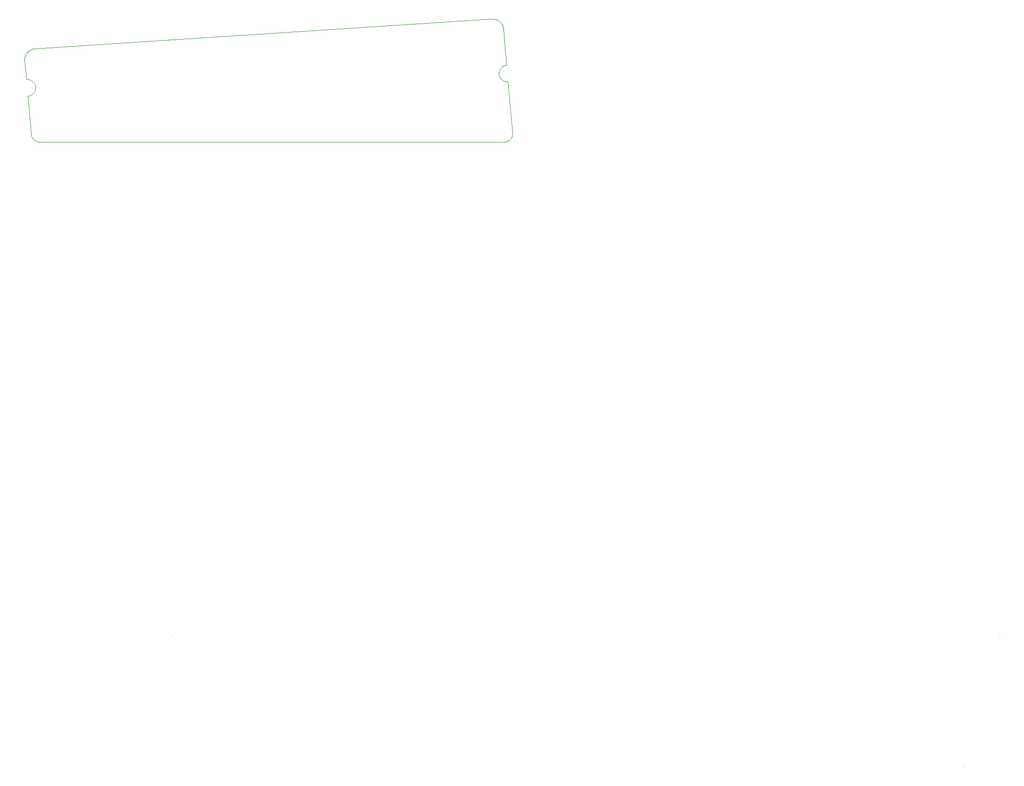
<source format=gbr>
G04 #@! TF.FileFunction,Profile,NP*
%FSLAX46Y46*%
G04 Gerber Fmt 4.6, Leading zero omitted, Abs format (unit mm)*
G04 Created by KiCad (PCBNEW (2015-05-13 BZR 5653)-product) date Tue 26 May 2015 06:54:25 PM CEST*
%MOMM*%
G01*
G04 APERTURE LIST*
%ADD10C,0.100000*%
G04 APERTURE END LIST*
D10*
X258332581Y-173618878D02*
X258332581Y-173618878D01*
X252041378Y-197313785D02*
X252041378Y-197313785D01*
X109831481Y-173618878D02*
X109831481Y-173618878D01*
X83747810Y-73894261D02*
X83465482Y-70542872D01*
X84065278Y-73894261D02*
X83747810Y-73894261D01*
X84382740Y-73964746D02*
X84065278Y-73894261D01*
X84665068Y-74105821D02*
X84382740Y-73964746D01*
X84911906Y-74282210D02*
X84665068Y-74105821D01*
X85123611Y-74529225D02*
X84911906Y-74282210D01*
X85264684Y-74811377D02*
X85123611Y-74529225D01*
X85370623Y-75093529D02*
X85264684Y-74811377D01*
X85405760Y-75411170D02*
X85370623Y-75093529D01*
X85370623Y-75728776D02*
X85405760Y-75411170D01*
X85264684Y-76046099D02*
X85370623Y-75728776D01*
X85088295Y-76293114D02*
X85264684Y-76046099D01*
X84876593Y-76540094D02*
X85088295Y-76293114D01*
X84629755Y-76716483D02*
X84876593Y-76540094D01*
X84347427Y-76822281D02*
X84629755Y-76716483D01*
X84029962Y-76892872D02*
X84347427Y-76822281D01*
X84629755Y-83736584D02*
X84029962Y-76892872D01*
X84665068Y-84019053D02*
X84629755Y-83736584D01*
X84770833Y-84265751D02*
X84665068Y-84019053D01*
X84911906Y-84512766D02*
X84770833Y-84265751D01*
X85088295Y-84724609D02*
X84911906Y-84512766D01*
X85335310Y-84865544D02*
X85088295Y-84724609D01*
X85582149Y-85006761D02*
X85335310Y-84865544D01*
X85829167Y-85077387D02*
X85582149Y-85006761D01*
X86111316Y-85112559D02*
X85829167Y-85077387D01*
X169472632Y-85112559D02*
X86111316Y-85112559D01*
X169790278Y-85077387D02*
X169472632Y-85112559D01*
X170072425Y-84971306D02*
X169790278Y-85077387D01*
X170354576Y-84830372D02*
X170072425Y-84971306D01*
X170566455Y-84618529D02*
X170354576Y-84830372D01*
X170777980Y-84371831D02*
X170566455Y-84618529D01*
X170883743Y-84089362D02*
X170777980Y-84371831D01*
X170954369Y-83772038D02*
X170883743Y-84089362D01*
X170954369Y-83489887D02*
X170954369Y-83772038D01*
X170178187Y-74317664D02*
X170954369Y-83489887D01*
X169860899Y-74317664D02*
X170178187Y-74317664D01*
X169543258Y-74247038D02*
X169860899Y-74317664D01*
X169261111Y-74105821D02*
X169543258Y-74247038D01*
X169014091Y-73929432D02*
X169261111Y-74105821D01*
X168802566Y-73682559D02*
X169014091Y-73929432D01*
X168661313Y-73400266D02*
X168802566Y-73682559D01*
X168555556Y-73118114D02*
X168661313Y-73400266D01*
X168555556Y-72800614D02*
X168555556Y-73118114D01*
X168590687Y-72483149D02*
X168555556Y-72800614D01*
X168696803Y-72200857D02*
X168590687Y-72483149D01*
X168837702Y-71918670D02*
X168696803Y-72200857D01*
X169049581Y-71707003D02*
X168837702Y-71918670D01*
X169331732Y-71530614D02*
X169049581Y-71707003D01*
X169613889Y-71389503D02*
X169331732Y-71530614D01*
X169896036Y-71318912D02*
X169613889Y-71389503D01*
X169366869Y-64933599D02*
X169896036Y-71318912D01*
X169296243Y-64580821D02*
X169366869Y-64933599D01*
X169190480Y-64228044D02*
X169296243Y-64580821D01*
X169014091Y-63910579D02*
X169190480Y-64228044D01*
X168802566Y-63663705D02*
X169014091Y-63910579D01*
X168555556Y-63416725D02*
X168802566Y-63663705D01*
X168237910Y-63240336D02*
X168555556Y-63416725D01*
X167920621Y-63099225D02*
X168237910Y-63240336D01*
X167567843Y-63028634D02*
X167920621Y-63099225D01*
X167215066Y-63028634D02*
X167567843Y-63028634D01*
X85335310Y-68355614D02*
X167215066Y-63028634D01*
X84982533Y-68426205D02*
X85335310Y-68355614D01*
X84665068Y-68532003D02*
X84982533Y-68426205D01*
X84347427Y-68708392D02*
X84665068Y-68532003D01*
X84065278Y-68920059D02*
X84347427Y-68708392D01*
X83853573Y-69202246D02*
X84065278Y-68920059D01*
X83641871Y-69484538D02*
X83853573Y-69202246D01*
X83536111Y-69837316D02*
X83641871Y-69484538D01*
X83465482Y-70190094D02*
X83536111Y-69837316D01*
X83465482Y-70542872D02*
X83465482Y-70190094D01*
M02*

</source>
